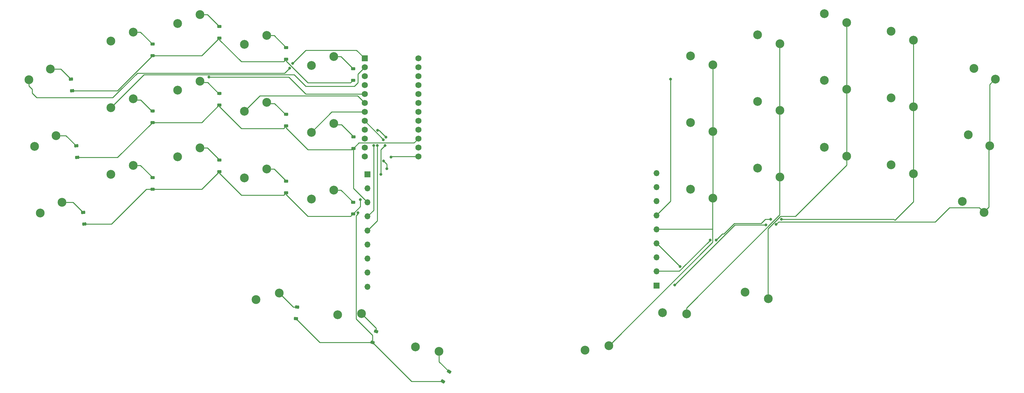
<source format=gbr>
%TF.GenerationSoftware,KiCad,Pcbnew,7.0.7*%
%TF.CreationDate,2023-09-26T18:04:07-06:00*%
%TF.ProjectId,keyboard,6b657962-6f61-4726-942e-6b696361645f,rev?*%
%TF.SameCoordinates,Original*%
%TF.FileFunction,Copper,L1,Top*%
%TF.FilePolarity,Positive*%
%FSLAX46Y46*%
G04 Gerber Fmt 4.6, Leading zero omitted, Abs format (unit mm)*
G04 Created by KiCad (PCBNEW 7.0.7) date 2023-09-26 18:04:07*
%MOMM*%
%LPD*%
G01*
G04 APERTURE LIST*
G04 Aperture macros list*
%AMRoundRect*
0 Rectangle with rounded corners*
0 $1 Rounding radius*
0 $2 $3 $4 $5 $6 $7 $8 $9 X,Y pos of 4 corners*
0 Add a 4 corners polygon primitive as box body*
4,1,4,$2,$3,$4,$5,$6,$7,$8,$9,$2,$3,0*
0 Add four circle primitives for the rounded corners*
1,1,$1+$1,$2,$3*
1,1,$1+$1,$4,$5*
1,1,$1+$1,$6,$7*
1,1,$1+$1,$8,$9*
0 Add four rect primitives between the rounded corners*
20,1,$1+$1,$2,$3,$4,$5,0*
20,1,$1+$1,$4,$5,$6,$7,0*
20,1,$1+$1,$6,$7,$8,$9,0*
20,1,$1+$1,$8,$9,$2,$3,0*%
G04 Aperture macros list end*
%TA.AperFunction,SMDPad,CuDef*%
%ADD10RoundRect,0.225000X0.375000X-0.225000X0.375000X0.225000X-0.375000X0.225000X-0.375000X-0.225000X0*%
%TD*%
%TA.AperFunction,ComponentPad*%
%ADD11C,2.500000*%
%TD*%
%TA.AperFunction,SMDPad,CuDef*%
%ADD12RoundRect,0.225000X0.393183X-0.191460X0.353963X0.256827X-0.393183X0.191460X-0.353963X-0.256827X0*%
%TD*%
%TA.AperFunction,SMDPad,CuDef*%
%ADD13RoundRect,0.225000X0.349427X-0.262966X0.396465X0.184569X-0.349427X0.262966X-0.396465X-0.184569X0*%
%TD*%
%TA.AperFunction,SMDPad,CuDef*%
%ADD14RoundRect,0.225000X0.281317X-0.334830X0.427822X0.090654X-0.281317X0.334830X-0.427822X-0.090654X0*%
%TD*%
%TA.AperFunction,ComponentPad*%
%ADD15O,1.700000X1.700000*%
%TD*%
%TA.AperFunction,ComponentPad*%
%ADD16R,1.700000X1.700000*%
%TD*%
%TA.AperFunction,ComponentPad*%
%ADD17C,1.752600*%
%TD*%
%TA.AperFunction,ComponentPad*%
%ADD18R,1.752600X1.752600*%
%TD*%
%TA.AperFunction,SMDPad,CuDef*%
%ADD19RoundRect,0.225000X0.198786X-0.389531X0.437250X-0.007909X-0.198786X0.389531X-0.437250X0.007909X0*%
%TD*%
%TA.AperFunction,ViaPad*%
%ADD20C,0.800000*%
%TD*%
%TA.AperFunction,Conductor*%
%ADD21C,0.250000*%
%TD*%
G04 APERTURE END LIST*
D10*
%TO.P,D14,2,A*%
%TO.N,Net-(D14-A)*%
X88900000Y-93953631D03*
%TO.P,D14,1,K*%
%TO.N,R2*%
X88900000Y-97253631D03*
%TD*%
%TO.P,D4,2,A*%
%TO.N,Net-(D4-A)*%
X88900000Y-55953631D03*
%TO.P,D4,1,K*%
%TO.N,R4*%
X88900000Y-59253631D03*
%TD*%
D11*
%TO.P,S8,2,2*%
%TO.N,Net-(D8-A)*%
X64387381Y-65523631D03*
%TO.P,S8,1,1*%
%TO.N,C3*%
X58037381Y-68063631D03*
%TD*%
%TO.P,S11,2,2*%
%TO.N,Net-(D9-A)*%
X83387381Y-71523631D03*
%TO.P,S11,1,1*%
%TO.N,C4*%
X77037381Y-74063631D03*
%TD*%
D12*
%TO.P,D6,2,A*%
%TO.N,Net-(D6-A)*%
X29239150Y-83934017D03*
%TO.P,D6,1,K*%
%TO.N,R3*%
X29526764Y-87221459D03*
%TD*%
D13*
%TO.P,D16,2,A*%
%TO.N,Net-(D16-A)*%
X92026121Y-129793102D03*
%TO.P,D16,1,K*%
%TO.N,R1*%
X91681177Y-133075024D03*
%TD*%
D11*
%TO.P,S2,2,2*%
%TO.N,Net-(D6-A)*%
X23498753Y-80993134D03*
%TO.P,S2,1,1*%
%TO.N,C1*%
X17394293Y-84076908D03*
%TD*%
D10*
%TO.P,D7,2,A*%
%TO.N,Net-(D7-A)*%
X50900000Y-73953631D03*
%TO.P,D7,1,K*%
%TO.N,R3*%
X50900000Y-77253631D03*
%TD*%
D11*
%TO.P,S5,2,2*%
%TO.N,Net-(D7-A)*%
X45387381Y-70523631D03*
%TO.P,S5,1,1*%
%TO.N,C2*%
X39037381Y-73063631D03*
%TD*%
D10*
%TO.P,D13,2,A*%
%TO.N,Net-(D13-A)*%
X69900000Y-87953631D03*
%TO.P,D13,1,K*%
%TO.N,R2*%
X69900000Y-91253631D03*
%TD*%
D12*
%TO.P,D1,2,A*%
%TO.N,Net-(D1-A)*%
X27756193Y-64956279D03*
%TO.P,D1,1,K*%
%TO.N,R4*%
X28043807Y-68243721D03*
%TD*%
D11*
%TO.P,S6,2,2*%
%TO.N,Net-(D12-A)*%
X45387381Y-89523631D03*
%TO.P,S6,1,1*%
%TO.N,C2*%
X39037381Y-92063631D03*
%TD*%
D14*
%TO.P,D17,2,A*%
%TO.N,Net-(D17-A)*%
X114448163Y-136715194D03*
%TO.P,D17,1,K*%
%TO.N,R1*%
X113373789Y-139835406D03*
%TD*%
D10*
%TO.P,D5,2,A*%
%TO.N,Net-(D5-A)*%
X107900000Y-61950000D03*
%TO.P,D5,1,K*%
%TO.N,R4*%
X107900000Y-65250000D03*
%TD*%
D11*
%TO.P,S1,2,2*%
%TO.N,Net-(D1-A)*%
X21861476Y-62023369D03*
%TO.P,S1,1,1*%
%TO.N,C1*%
X15757016Y-65107143D03*
%TD*%
%TO.P,S7,2,2*%
%TO.N,Net-(D3-A)*%
X64387381Y-46523631D03*
%TO.P,S7,1,1*%
%TO.N,C3*%
X58037381Y-49063631D03*
%TD*%
%TO.P,S16,2,2*%
%TO.N,Net-(D16-A)*%
X86899418Y-125805370D03*
%TO.P,S16,1,1*%
%TO.N,C3*%
X80318702Y-127667700D03*
%TD*%
%TO.P,S10,2,2*%
%TO.N,Net-(D4-A)*%
X83387381Y-52523631D03*
%TO.P,S10,1,1*%
%TO.N,C4*%
X77037381Y-55063631D03*
%TD*%
%TO.P,S18,2,2*%
%TO.N,Net-(D18-A)*%
X132322008Y-142372951D03*
%TO.P,S18,1,1*%
%TO.N,C5*%
X125590908Y-141162005D03*
%TD*%
%TO.P,S4,2,2*%
%TO.N,Net-(D2-A)*%
X45387381Y-51523631D03*
%TO.P,S4,1,1*%
%TO.N,C2*%
X39037381Y-54063631D03*
%TD*%
D10*
%TO.P,D15,2,A*%
%TO.N,Net-(D15-A)*%
X107900000Y-99953631D03*
%TO.P,D15,1,K*%
%TO.N,R2*%
X107900000Y-103253631D03*
%TD*%
%TO.P,D10,2,A*%
%TO.N,Net-(D10-A)*%
X108000000Y-81350000D03*
%TO.P,D10,1,K*%
%TO.N,R3*%
X108000000Y-84650000D03*
%TD*%
D11*
%TO.P,S17,2,2*%
%TO.N,Net-(D17-A)*%
X110316455Y-131664894D03*
%TO.P,S17,1,1*%
%TO.N,C4*%
X103485469Y-131999153D03*
%TD*%
D15*
%TO.P,J1,9,Pin_9*%
%TO.N,C10*%
X112000000Y-124000000D03*
%TO.P,J1,8,Pin_8*%
%TO.N,C9*%
X112000000Y-120000000D03*
%TO.P,J1,7,Pin_7*%
%TO.N,C8*%
X112000000Y-116000000D03*
%TO.P,J1,6,Pin_6*%
%TO.N,C7*%
X112000000Y-112000000D03*
%TO.P,J1,5,Pin_5*%
%TO.N,C6*%
X112000000Y-108000000D03*
%TO.P,J1,4,Pin_4*%
%TO.N,R4*%
X112000000Y-104000000D03*
%TO.P,J1,3,Pin_3*%
%TO.N,R3*%
X112000000Y-100000000D03*
%TO.P,J1,2,Pin_2*%
%TO.N,R2*%
X112000000Y-96000000D03*
D16*
%TO.P,J1,1,Pin_1*%
%TO.N,R1*%
X112000000Y-92000000D03*
%TD*%
D10*
%TO.P,D12,2,A*%
%TO.N,Net-(D12-A)*%
X50900000Y-92950000D03*
%TO.P,D12,1,K*%
%TO.N,R2*%
X50900000Y-96250000D03*
%TD*%
%TO.P,D8,2,A*%
%TO.N,Net-(D8-A)*%
X69900000Y-68953631D03*
%TO.P,D8,1,K*%
%TO.N,R3*%
X69900000Y-72253631D03*
%TD*%
D11*
%TO.P,S3,2,2*%
%TO.N,Net-(D11-A)*%
X25147384Y-99981674D03*
%TO.P,S3,1,1*%
%TO.N,C1*%
X19042924Y-103065448D03*
%TD*%
%TO.P,S14,2,2*%
%TO.N,Net-(D10-A)*%
X102387381Y-77523631D03*
%TO.P,S14,1,1*%
%TO.N,C5*%
X96037381Y-80063631D03*
%TD*%
D10*
%TO.P,D2,2,A*%
%TO.N,Net-(D2-A)*%
X50900000Y-54950000D03*
%TO.P,D2,1,K*%
%TO.N,R4*%
X50900000Y-58250000D03*
%TD*%
%TO.P,D9,2,A*%
%TO.N,Net-(D9-A)*%
X88900000Y-74953631D03*
%TO.P,D9,1,K*%
%TO.N,R3*%
X88900000Y-78253631D03*
%TD*%
D17*
%TO.P,U2,24,B0*%
%TO.N,N/C*%
X126420000Y-59030000D03*
%TO.P,U2,23,GND*%
X126420000Y-61570000D03*
%TO.P,U2,22,RST*%
%TO.N,unconnected-(U2-RST-Pad22)*%
X126420000Y-64110000D03*
%TO.P,U2,21,VCC*%
%TO.N,N/C*%
X126420000Y-66650000D03*
%TO.P,U2,20,A3/PF4*%
X126420000Y-69190000D03*
%TO.P,U2,19,A2/PF5*%
X126420000Y-71730000D03*
%TO.P,U2,18,A1/PF6*%
X126420000Y-74270000D03*
%TO.P,U2,17,A0/PF7*%
X126420000Y-76810000D03*
%TO.P,U2,16,15/PB1*%
%TO.N,R4*%
X126420000Y-79350000D03*
%TO.P,U2,15,14/PB3*%
%TO.N,R3*%
X126420000Y-81890000D03*
%TO.P,U2,14,16/PB2*%
%TO.N,R2*%
X126420000Y-84430000D03*
%TO.P,U2,13,10/PB6*%
%TO.N,R1*%
X126420000Y-86970000D03*
%TO.P,U2,12,9/PB5*%
%TO.N,C10*%
X111180000Y-86970000D03*
%TO.P,U2,11,8/PB4*%
%TO.N,C9*%
X111180000Y-84430000D03*
%TO.P,U2,10,7/PE6*%
%TO.N,C8*%
X111180000Y-81890000D03*
%TO.P,U2,9,6/PD7*%
%TO.N,C7*%
X111180000Y-79350000D03*
%TO.P,U2,8,5/PC6*%
%TO.N,C6*%
X111180000Y-76810000D03*
%TO.P,U2,7,4/PD4*%
%TO.N,C5*%
X111180000Y-74270000D03*
%TO.P,U2,6,3/PD0*%
%TO.N,C4*%
X111180000Y-71730000D03*
%TO.P,U2,5,2/PD1*%
%TO.N,C3*%
X111180000Y-69190000D03*
%TO.P,U2,4,GND*%
%TO.N,N/C*%
X111180000Y-66650000D03*
%TO.P,U2,3,GND*%
X111180000Y-64110000D03*
%TO.P,U2,2,RX1/PD2*%
%TO.N,C2*%
X111180000Y-61570000D03*
D18*
%TO.P,U2,1,TX0/PD3*%
%TO.N,C1*%
X111180000Y-59030000D03*
%TD*%
D11*
%TO.P,S13,2,2*%
%TO.N,Net-(D5-A)*%
X102387381Y-58523631D03*
%TO.P,S13,1,1*%
%TO.N,C5*%
X96037381Y-61063631D03*
%TD*%
D19*
%TO.P,D18,2,A*%
%TO.N,Net-(D18-A)*%
X135134728Y-148175115D03*
%TO.P,D18,1,K*%
%TO.N,R1*%
X133385994Y-150973673D03*
%TD*%
D12*
%TO.P,D11,2,A*%
%TO.N,Net-(D11-A)*%
X31235486Y-102892137D03*
%TO.P,D11,1,K*%
%TO.N,R2*%
X31523100Y-106179579D03*
%TD*%
D10*
%TO.P,D3,2,A*%
%TO.N,Net-(D3-A)*%
X69900000Y-49953631D03*
%TO.P,D3,1,K*%
%TO.N,R4*%
X69900000Y-53253631D03*
%TD*%
D11*
%TO.P,S12,2,2*%
%TO.N,Net-(D14-A)*%
X83387381Y-90523631D03*
%TO.P,S12,1,1*%
%TO.N,C4*%
X77037381Y-93063631D03*
%TD*%
%TO.P,S9,2,2*%
%TO.N,Net-(D13-A)*%
X64387381Y-84523631D03*
%TO.P,S9,1,1*%
%TO.N,C3*%
X58037381Y-87063631D03*
%TD*%
%TO.P,S15,2,2*%
%TO.N,Net-(D15-A)*%
X102387381Y-96523631D03*
%TO.P,S15,1,1*%
%TO.N,C5*%
X96037381Y-99063631D03*
%TD*%
%TO.P,S31,1,1*%
%TO.N,C9*%
X267114012Y-91824039D03*
%TO.P,S31,2,2*%
%TO.N,Net-(D30-A)*%
X260764012Y-89284039D03*
%TD*%
%TO.P,S22,1,1*%
%TO.N,C7*%
X229114012Y-54824039D03*
%TO.P,S22,2,2*%
%TO.N,Net-(D21-A)*%
X222764012Y-52284039D03*
%TD*%
%TO.P,S25,1,1*%
%TO.N,C8*%
X248114012Y-48824039D03*
%TO.P,S25,2,2*%
%TO.N,Net-(D24-A)*%
X241764012Y-46284039D03*
%TD*%
%TO.P,S28,1,1*%
%TO.N,C6*%
X180533116Y-140826965D03*
%TO.P,S28,2,2*%
%TO.N,Net-(D27-A)*%
X173802016Y-142037911D03*
%TD*%
%TO.P,S34,1,1*%
%TO.N,C10*%
X288756415Y-83853014D03*
%TO.P,S34,2,2*%
%TO.N,Net-(D33-A)*%
X282651955Y-80769240D03*
%TD*%
%TO.P,S23,1,1*%
%TO.N,C7*%
X229114012Y-73824039D03*
%TO.P,S23,2,2*%
%TO.N,Net-(D22-A)*%
X222764012Y-71284039D03*
%TD*%
%TO.P,S30,1,1*%
%TO.N,C9*%
X267114012Y-72824039D03*
%TO.P,S30,2,2*%
%TO.N,Net-(D29-A)*%
X260764012Y-70284039D03*
%TD*%
%TO.P,S19,1,1*%
%TO.N,C6*%
X210114012Y-60824039D03*
%TO.P,S19,2,2*%
%TO.N,Net-(D19-A)*%
X203764012Y-58284039D03*
%TD*%
%TO.P,S26,1,1*%
%TO.N,C8*%
X248114012Y-67824039D03*
%TO.P,S26,2,2*%
%TO.N,Net-(D25-A)*%
X241764012Y-65284039D03*
%TD*%
%TO.P,S21,1,1*%
%TO.N,C6*%
X210114012Y-98824039D03*
%TO.P,S21,2,2*%
%TO.N,Net-(D36-A)*%
X203764012Y-96284039D03*
%TD*%
%TO.P,S32,1,1*%
%TO.N,C7*%
X202656111Y-131700921D03*
%TO.P,S32,2,2*%
%TO.N,Net-(D31-A)*%
X195825125Y-131366662D03*
%TD*%
D16*
%TO.P,J2,1,Pin_1*%
%TO.N,C10*%
X194124024Y-123664960D03*
D15*
%TO.P,J2,2,Pin_2*%
%TO.N,C9*%
X194124024Y-119664960D03*
%TO.P,J2,3,Pin_3*%
%TO.N,C8*%
X194124024Y-115664960D03*
%TO.P,J2,4,Pin_4*%
%TO.N,C7*%
X194124024Y-111664960D03*
%TO.P,J2,5,Pin_5*%
%TO.N,C6*%
X194124024Y-107664960D03*
%TO.P,J2,6,Pin_6*%
%TO.N,R4*%
X194124024Y-103664960D03*
%TO.P,J2,7,Pin_7*%
%TO.N,R3*%
X194124024Y-99664960D03*
%TO.P,J2,8,Pin_8*%
%TO.N,R2*%
X194124024Y-95664960D03*
%TO.P,J2,9,Pin_9*%
%TO.N,R1*%
X194124024Y-91664960D03*
%TD*%
D11*
%TO.P,S27,1,1*%
%TO.N,C8*%
X248114012Y-86824039D03*
%TO.P,S27,2,2*%
%TO.N,Net-(D26-A)*%
X241764012Y-84284039D03*
%TD*%
%TO.P,S35,1,1*%
%TO.N,C10*%
X287107784Y-102841554D03*
%TO.P,S35,2,2*%
%TO.N,Net-(D34-A)*%
X281003324Y-99757780D03*
%TD*%
%TO.P,S20,1,1*%
%TO.N,C6*%
X210114012Y-79824039D03*
%TO.P,S20,2,2*%
%TO.N,Net-(D20-A)*%
X203764012Y-77284039D03*
%TD*%
%TO.P,S29,1,1*%
%TO.N,C9*%
X267114012Y-53824039D03*
%TO.P,S29,2,2*%
%TO.N,Net-(D28-A)*%
X260764012Y-51284039D03*
%TD*%
%TO.P,S33,1,1*%
%TO.N,C10*%
X290373406Y-64937036D03*
%TO.P,S33,2,2*%
%TO.N,Net-(D32-A)*%
X284268946Y-61853262D03*
%TD*%
%TO.P,S36,1,1*%
%TO.N,C8*%
X225831704Y-127409280D03*
%TO.P,S36,2,2*%
%TO.N,Net-(D35-A)*%
X219250988Y-125546950D03*
%TD*%
%TO.P,S24,1,1*%
%TO.N,C7*%
X229114012Y-92824039D03*
%TO.P,S24,2,2*%
%TO.N,Net-(D23-A)*%
X222764012Y-90284039D03*
%TD*%
D20*
%TO.N,C10*%
X225201005Y-106437058D03*
%TO.N,R4*%
X198044627Y-64927049D03*
%TO.N,C10*%
X228044627Y-106280680D03*
X199294627Y-123530680D03*
%TO.N,C9*%
X229544627Y-104806180D03*
X211032328Y-110768381D03*
X209297508Y-110768381D03*
X226544627Y-104780680D03*
%TO.N,C7*%
X200794627Y-118280680D03*
%TO.N,C1*%
X90721219Y-60446128D03*
X89871846Y-61795501D03*
%TO.N,C3*%
X66971219Y-64370628D03*
%TO.N,C10*%
X117471219Y-90446128D03*
X116520825Y-88196128D03*
%TO.N,R2*%
X109971219Y-99196128D03*
%TO.N,C7*%
X115796325Y-92021234D03*
%TO.N,R1*%
X118646726Y-87121635D03*
%TO.N,R4*%
X107897992Y-65247049D03*
%TO.N,C6*%
X114791879Y-83812849D03*
%TO.N,C7*%
X116971219Y-83812849D03*
X117221219Y-81446128D03*
%TO.N,C6*%
X116471219Y-82196128D03*
%TO.N,R4*%
X113721219Y-83812849D03*
%TO.N,C7*%
X114874057Y-79478516D03*
%TO.N,R1*%
X109224181Y-102949090D03*
%TD*%
D21*
%TO.N,C10*%
X285831137Y-101508196D02*
X277317111Y-101508196D01*
%TO.N,C9*%
X261794627Y-105080680D02*
X261520127Y-104806180D01*
X226544627Y-104780680D02*
X225001005Y-104780680D01*
X209297508Y-110777799D02*
X201519627Y-118555680D01*
%TO.N,C10*%
X273294627Y-105530680D02*
X263794627Y-105530680D01*
X290364992Y-64784192D02*
X288727715Y-66421469D01*
%TO.N,C8*%
X248084627Y-86740680D02*
X248084627Y-89414430D01*
X225803306Y-107495751D02*
X229322008Y-103977049D01*
%TO.N,C9*%
X212838227Y-108962482D02*
X211032328Y-110768381D01*
%TO.N,C10*%
X228794627Y-105530680D02*
X228044627Y-106280680D01*
X225201005Y-106437058D02*
X216388249Y-106437058D01*
X263794627Y-105530680D02*
X228794627Y-105530680D01*
%TO.N,C9*%
X225001005Y-104780680D02*
X223794627Y-105987058D01*
%TO.N,C10*%
X287081136Y-102758195D02*
X285831137Y-101508196D01*
X288727715Y-66421469D02*
X288727715Y-83753957D01*
%TO.N,C9*%
X201519627Y-118555680D02*
X201519627Y-118580985D01*
X213226429Y-108962482D02*
X212838227Y-108962482D01*
X216201853Y-105987058D02*
X213226429Y-108962482D01*
X267084627Y-53740680D02*
X267084627Y-91740680D01*
X200519011Y-119581601D02*
X194097376Y-119581601D01*
X261520127Y-104806180D02*
X229544627Y-104806180D01*
%TO.N,C8*%
X248084627Y-86740680D02*
X248084627Y-48740680D01*
%TO.N,C10*%
X288521507Y-83960165D02*
X288521507Y-101300074D01*
%TO.N,C8*%
X248084627Y-89414430D02*
X233522008Y-103977049D01*
%TO.N,C9*%
X267087364Y-99787943D02*
X261794627Y-105080680D01*
X223794627Y-105987058D02*
X216201853Y-105987058D01*
%TO.N,C10*%
X288521507Y-101300074D02*
X287079084Y-102742497D01*
X216388249Y-106437058D02*
X199294627Y-123530680D01*
%TO.N,C9*%
X209297508Y-110768381D02*
X209297508Y-110777799D01*
X267087364Y-91740680D02*
X267087364Y-99787943D01*
%TO.N,C10*%
X288727715Y-83753957D02*
X288521507Y-83960165D01*
%TO.N,C9*%
X201519627Y-118580985D02*
X200519011Y-119581601D01*
%TO.N,C8*%
X225803306Y-127344749D02*
X225803306Y-107495751D01*
%TO.N,C10*%
X277317111Y-101508196D02*
X273294627Y-105530680D01*
%TO.N,C7*%
X229084627Y-92740680D02*
X229084627Y-103578034D01*
%TO.N,C6*%
X210022008Y-98803299D02*
X210084627Y-98740680D01*
X209971087Y-107581601D02*
X210022008Y-107530680D01*
X180531100Y-140839054D02*
X210022008Y-111348146D01*
%TO.N,C8*%
X233522008Y-103977049D02*
X229322008Y-103977049D01*
%TO.N,C6*%
X194097376Y-107581601D02*
X209971087Y-107581601D01*
%TO.N,C7*%
X229084627Y-103578034D02*
X202636539Y-130026122D01*
%TO.N,C6*%
X210022008Y-111348146D02*
X210022008Y-107530680D01*
%TO.N,C7*%
X202636539Y-130026122D02*
X202636539Y-131676202D01*
X229084627Y-54740680D02*
X229084627Y-92740680D01*
X200794627Y-118278852D02*
X194097376Y-111581601D01*
%TO.N,C6*%
X210022008Y-107530680D02*
X210022008Y-98803299D01*
X210084627Y-98740680D02*
X210084627Y-60740680D01*
%TO.N,C7*%
X200794627Y-118280680D02*
X200794627Y-118278852D01*
%TO.N,R4*%
X194097376Y-103581601D02*
X198044627Y-99634350D01*
X198044627Y-99634350D02*
X198044627Y-64927049D01*
%TO.N,C1*%
X39585309Y-70196128D02*
X41778264Y-68003173D01*
X108847071Y-56696128D02*
X111177992Y-59027049D01*
X94471219Y-56696128D02*
X108847071Y-56696128D01*
X16721219Y-68946128D02*
X17452554Y-69677463D01*
X88471219Y-63196128D02*
X89871846Y-61795501D01*
X41778264Y-68003173D02*
X46585309Y-63196128D01*
X46585309Y-63196128D02*
X69221219Y-63196128D01*
%TO.N,C10*%
X117471219Y-89146522D02*
X116520825Y-88196128D01*
X117471219Y-90446128D02*
X117471219Y-89146522D01*
%TO.N,C1*%
X16721219Y-67838169D02*
X16721219Y-68946128D01*
%TO.N,C7*%
X115253607Y-79478516D02*
X117221219Y-81446128D01*
X115796325Y-92021234D02*
X115796325Y-84987743D01*
%TO.N,C6*%
X116471219Y-82100276D02*
X111177992Y-76807049D01*
X114791879Y-105203162D02*
X114791879Y-83812849D01*
%TO.N,C7*%
X115796325Y-84987743D02*
X116971219Y-83812849D01*
X114874057Y-79478516D02*
X115253607Y-79478516D01*
%TO.N,C6*%
X111997992Y-107997049D02*
X114791879Y-105203162D01*
X116471219Y-82196128D02*
X116471219Y-82100276D01*
%TO.N,R1*%
X113371781Y-139832455D02*
X113371781Y-137833956D01*
%TO.N,Net-(D11-A)*%
X28323015Y-99978723D02*
X31233478Y-102889186D01*
%TO.N,R1*%
X124510048Y-150970722D02*
X133383986Y-150970722D01*
%TO.N,Net-(D13-A)*%
X64385373Y-84470680D02*
X66467992Y-84470680D01*
%TO.N,Net-(D18-A)*%
X132320000Y-142370000D02*
X132320000Y-145359444D01*
X132320000Y-145359444D02*
X135132720Y-148172164D01*
%TO.N,R1*%
X108739447Y-103787042D02*
X109224181Y-103302308D01*
X113371781Y-137833956D02*
X108739447Y-133201622D01*
X91679169Y-133072073D02*
X98439551Y-139832455D01*
X109224181Y-103302308D02*
X109224181Y-102949090D01*
X113371781Y-139832455D02*
X124510048Y-150970722D01*
X108739447Y-133201622D02*
X108739447Y-103787042D01*
%TO.N,Net-(D13-A)*%
X66467992Y-84470680D02*
X69897992Y-87900680D01*
%TO.N,Net-(D12-A)*%
X47471623Y-89470680D02*
X50897992Y-92897049D01*
%TO.N,Net-(D15-A)*%
X104471623Y-96470680D02*
X107897992Y-99897049D01*
%TO.N,Net-(D17-A)*%
X110314447Y-131661943D02*
X114446155Y-135793651D01*
%TO.N,Net-(D15-A)*%
X102385373Y-96470680D02*
X104471623Y-96470680D01*
%TO.N,R1*%
X118646726Y-87121635D02*
X118801312Y-86967049D01*
%TO.N,Net-(D14-A)*%
X85467992Y-90470680D02*
X88897992Y-93900680D01*
%TO.N,Net-(D17-A)*%
X114446155Y-135793651D02*
X114446155Y-136712243D01*
%TO.N,Net-(D16-A)*%
X90885142Y-129790151D02*
X92024113Y-129790151D01*
%TO.N,Net-(D14-A)*%
X83385373Y-90470680D02*
X85467992Y-90470680D01*
%TO.N,Net-(D12-A)*%
X45385373Y-89470680D02*
X47471623Y-89470680D01*
%TO.N,Net-(D16-A)*%
X86897410Y-125802419D02*
X90885142Y-129790151D01*
%TO.N,R1*%
X118801312Y-86967049D02*
X126417992Y-86967049D01*
%TO.N,Net-(D11-A)*%
X25145376Y-99978723D02*
X28323015Y-99978723D01*
%TO.N,R1*%
X98439551Y-139832455D02*
X113371781Y-139832455D01*
%TO.N,R2*%
X88897992Y-97797049D02*
X95076623Y-103975680D01*
%TO.N,R3*%
X88897992Y-78797049D02*
X95076623Y-84975680D01*
X88897992Y-78250680D02*
X88897992Y-78797049D01*
%TO.N,Net-(D8-A)*%
X66567992Y-65870680D02*
X69997992Y-69300680D01*
%TO.N,R3*%
X107669361Y-84975680D02*
X107997992Y-84647049D01*
%TO.N,Net-(D10-A)*%
X102485373Y-77870680D02*
X104571623Y-77870680D01*
%TO.N,R3*%
X107997992Y-84647049D02*
X107997992Y-95997049D01*
X69897992Y-72250680D02*
X69897992Y-72697049D01*
%TO.N,R2*%
X88897992Y-97250680D02*
X88897992Y-97797049D01*
%TO.N,R3*%
X69897992Y-72697049D02*
X76176623Y-78975680D01*
X50897992Y-77250680D02*
X64897992Y-77250680D01*
X40930164Y-87218508D02*
X50897992Y-77250680D01*
%TO.N,R2*%
X109971219Y-101177453D02*
X109971219Y-99196128D01*
X64901623Y-96247049D02*
X69897992Y-91250680D01*
%TO.N,R3*%
X95076623Y-84975680D02*
X107669361Y-84975680D01*
X29524756Y-87218508D02*
X40930164Y-87218508D01*
X107997992Y-84647049D02*
X109556692Y-83088349D01*
%TO.N,R2*%
X107897992Y-103250680D02*
X109971219Y-101177453D01*
%TO.N,R3*%
X88172992Y-78975680D02*
X88897992Y-78250680D01*
%TO.N,R2*%
X50897992Y-96247049D02*
X64901623Y-96247049D01*
%TO.N,Net-(D9-A)*%
X85567992Y-71870680D02*
X88997992Y-75300680D01*
%TO.N,R3*%
X76176623Y-78975680D02*
X88172992Y-78975680D01*
%TO.N,Net-(D5-A)*%
X102385373Y-58520680D02*
X104471623Y-58520680D01*
%TO.N,Net-(D4-A)*%
X85467992Y-52520680D02*
X88897992Y-55950680D01*
%TO.N,R3*%
X107997992Y-95997049D02*
X111997992Y-99997049D01*
%TO.N,R2*%
X95076623Y-103975680D02*
X107172992Y-103975680D01*
%TO.N,R3*%
X125216692Y-83088349D02*
X126417992Y-81887049D01*
%TO.N,R2*%
X107172992Y-103975680D02*
X107897992Y-103250680D01*
%TO.N,Net-(D6-A)*%
X23496745Y-80990183D02*
X26296259Y-80990183D01*
%TO.N,Net-(D8-A)*%
X64485373Y-65870680D02*
X66567992Y-65870680D01*
%TO.N,Net-(D4-A)*%
X83385373Y-52520680D02*
X85467992Y-52520680D01*
%TO.N,Net-(D9-A)*%
X83485373Y-71870680D02*
X85567992Y-71870680D01*
%TO.N,Net-(D3-A)*%
X66467992Y-46520680D02*
X69897992Y-49950680D01*
%TO.N,Net-(D5-A)*%
X104471623Y-58520680D02*
X107897992Y-61947049D01*
%TO.N,R2*%
X69897992Y-91250680D02*
X69897992Y-91697049D01*
%TO.N,Net-(D10-A)*%
X104571623Y-77870680D02*
X107997992Y-81297049D01*
%TO.N,R2*%
X49147992Y-96247049D02*
X50897992Y-96247049D01*
%TO.N,Net-(D7-A)*%
X47571623Y-70870680D02*
X50997992Y-74297049D01*
%TO.N,R2*%
X88172992Y-97975680D02*
X88897992Y-97250680D01*
X31521092Y-106176628D02*
X39218413Y-106176628D01*
X39218413Y-106176628D02*
X49147992Y-96247049D01*
%TO.N,R3*%
X109556692Y-83088349D02*
X125216692Y-83088349D01*
%TO.N,Net-(D3-A)*%
X64385373Y-46520680D02*
X66467992Y-46520680D01*
%TO.N,Net-(D6-A)*%
X26296259Y-80990183D02*
X29237142Y-83931066D01*
%TO.N,R2*%
X76176623Y-97975680D02*
X88172992Y-97975680D01*
%TO.N,Net-(D7-A)*%
X45485373Y-70870680D02*
X47571623Y-70870680D01*
%TO.N,R3*%
X64897992Y-77250680D02*
X69897992Y-72250680D01*
%TO.N,R2*%
X69897992Y-91697049D02*
X76176623Y-97975680D01*
%TO.N,R4*%
X64901623Y-58247049D02*
X69897992Y-53250680D01*
X76124615Y-59975680D02*
X88172992Y-59975680D01*
X69897992Y-53749057D02*
X76124615Y-59975680D01*
X88897992Y-59250680D02*
X88897992Y-59797049D01*
X50897992Y-58247049D02*
X64901623Y-58247049D01*
X113721219Y-84696128D02*
X113721219Y-83812849D01*
X28041799Y-68240770D02*
X40904271Y-68240770D01*
X69897992Y-53250680D02*
X69897992Y-53749057D01*
X40904271Y-68240770D02*
X50897992Y-58247049D01*
X107169361Y-65975680D02*
X107897992Y-65247049D01*
%TO.N,Net-(D2-A)*%
X47471623Y-51520680D02*
X50897992Y-54947049D01*
X45385373Y-51520680D02*
X47471623Y-51520680D01*
%TO.N,Net-(D1-A)*%
X24821275Y-62020418D02*
X27754185Y-64953328D01*
X21859468Y-62020418D02*
X24821275Y-62020418D01*
%TO.N,R4*%
X111997992Y-103997049D02*
X113721219Y-102273822D01*
X113721219Y-102273822D02*
X113721219Y-84696128D01*
X88897992Y-59797049D02*
X95076623Y-65975680D01*
X88172992Y-59975680D02*
X88897992Y-59250680D01*
X95076623Y-65975680D02*
X107169361Y-65975680D01*
%TO.N,C2*%
X108221219Y-66946128D02*
X109221219Y-65946128D01*
%TO.N,C1*%
X69221219Y-63196128D02*
X88471219Y-63196128D01*
%TO.N,C2*%
X94471219Y-66946128D02*
X108221219Y-66946128D01*
X48449925Y-63646128D02*
X91171219Y-63646128D01*
%TO.N,C5*%
X96035373Y-80060680D02*
X101829004Y-74267049D01*
%TO.N,C1*%
X15755008Y-66871958D02*
X16721219Y-67838169D01*
%TO.N,C3*%
X89645719Y-64370628D02*
X94462140Y-69187049D01*
X94462140Y-69187049D02*
X111177992Y-69187049D01*
%TO.N,C1*%
X15755008Y-65104192D02*
X15755008Y-66871958D01*
%TO.N,C4*%
X77035373Y-74060680D02*
X81399925Y-69696128D01*
%TO.N,C1*%
X90721219Y-60446128D02*
X94471219Y-56696128D01*
%TO.N,C2*%
X109221219Y-65946128D02*
X109221219Y-63523822D01*
%TO.N,C5*%
X101829004Y-74267049D02*
X111177992Y-74267049D01*
%TO.N,C4*%
X109147071Y-69696128D02*
X111177992Y-71727049D01*
%TO.N,C3*%
X66971219Y-64370628D02*
X89645719Y-64370628D01*
%TO.N,C2*%
X39035373Y-73060680D02*
X48449925Y-63646128D01*
%TO.N,C1*%
X17452554Y-69677463D02*
X17971219Y-70196128D01*
%TO.N,C2*%
X91171219Y-63646128D02*
X94471219Y-66946128D01*
%TO.N,C1*%
X17971219Y-70196128D02*
X39585309Y-70196128D01*
%TO.N,C4*%
X81399925Y-69696128D02*
X109147071Y-69696128D01*
%TO.N,C2*%
X109221219Y-63523822D02*
X111177992Y-61567049D01*
%TD*%
M02*

</source>
